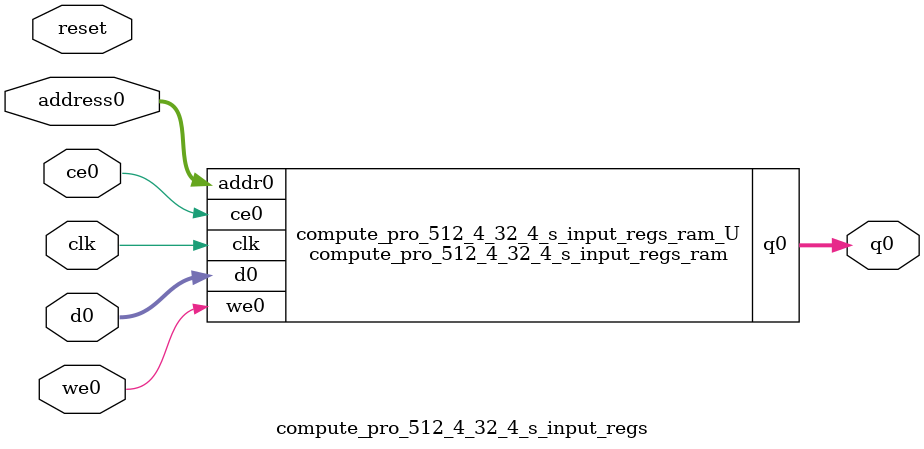
<source format=v>
`timescale 1 ns / 1 ps
module compute_pro_512_4_32_4_s_input_regs_ram (addr0, ce0, d0, we0, q0,  clk);

parameter DWIDTH = 16;
parameter AWIDTH = 5;
parameter MEM_SIZE = 32;

input[AWIDTH-1:0] addr0;
input ce0;
input[DWIDTH-1:0] d0;
input we0;
output reg[DWIDTH-1:0] q0;
input clk;

(* ram_style = "distributed" *)reg [DWIDTH-1:0] ram[0:MEM_SIZE-1];




always @(posedge clk)  
begin 
    if (ce0) 
    begin
        if (we0) 
        begin 
            ram[addr0] <= d0; 
        end 
        q0 <= ram[addr0];
    end
end


endmodule

`timescale 1 ns / 1 ps
module compute_pro_512_4_32_4_s_input_regs(
    reset,
    clk,
    address0,
    ce0,
    we0,
    d0,
    q0);

parameter DataWidth = 32'd16;
parameter AddressRange = 32'd32;
parameter AddressWidth = 32'd5;
input reset;
input clk;
input[AddressWidth - 1:0] address0;
input ce0;
input we0;
input[DataWidth - 1:0] d0;
output[DataWidth - 1:0] q0;



compute_pro_512_4_32_4_s_input_regs_ram compute_pro_512_4_32_4_s_input_regs_ram_U(
    .clk( clk ),
    .addr0( address0 ),
    .ce0( ce0 ),
    .we0( we0 ),
    .d0( d0 ),
    .q0( q0 ));

endmodule


</source>
